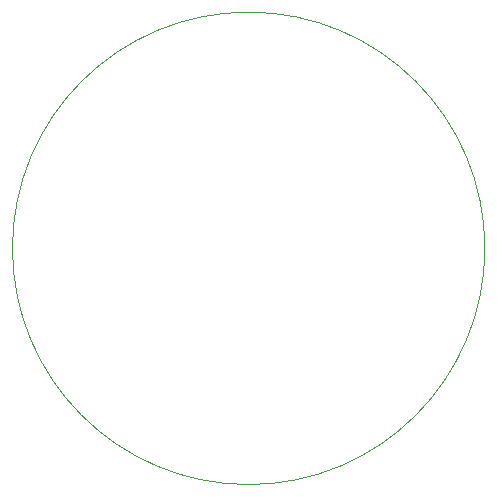
<source format=gko>
%FSLAX25Y25*%
%MOIN*%
G70*
G01*
G75*
G04 Layer_Color=16711935*
%ADD10C,0.01000*%
%ADD11C,0.00512*%
%ADD12C,0.02000*%
%ADD13R,0.00787X0.04488*%
%ADD14R,0.01969X0.01969*%
%ADD15R,0.03000X0.03000*%
%ADD16R,0.01969X0.01969*%
%ADD17R,0.03000X0.03000*%
G04:AMPARAMS|DCode=18|XSize=33.47mil|YSize=11.02mil|CornerRadius=2.76mil|HoleSize=0mil|Usage=FLASHONLY|Rotation=0.000|XOffset=0mil|YOffset=0mil|HoleType=Round|Shape=RoundedRectangle|*
%AMROUNDEDRECTD18*
21,1,0.03347,0.00551,0,0,0.0*
21,1,0.02795,0.01102,0,0,0.0*
1,1,0.00551,0.01398,-0.00276*
1,1,0.00551,-0.01398,-0.00276*
1,1,0.00551,-0.01398,0.00276*
1,1,0.00551,0.01398,0.00276*
%
%ADD18ROUNDEDRECTD18*%
G04:AMPARAMS|DCode=19|XSize=33.47mil|YSize=11.02mil|CornerRadius=2.76mil|HoleSize=0mil|Usage=FLASHONLY|Rotation=90.000|XOffset=0mil|YOffset=0mil|HoleType=Round|Shape=RoundedRectangle|*
%AMROUNDEDRECTD19*
21,1,0.03347,0.00551,0,0,90.0*
21,1,0.02795,0.01102,0,0,90.0*
1,1,0.00551,0.00276,0.01398*
1,1,0.00551,0.00276,-0.01398*
1,1,0.00551,-0.00276,-0.01398*
1,1,0.00551,-0.00276,0.01398*
%
%ADD19ROUNDEDRECTD19*%
%ADD20R,0.03150X0.03150*%
%ADD21R,0.02165X0.01260*%
%ADD22R,0.01260X0.02165*%
%ADD23R,0.11417X0.11417*%
G04:AMPARAMS|DCode=24|XSize=19.69mil|YSize=10.63mil|CornerRadius=0mil|HoleSize=0mil|Usage=FLASHONLY|Rotation=326.000|XOffset=0mil|YOffset=0mil|HoleType=Round|Shape=Rectangle|*
%AMROTATEDRECTD24*
4,1,4,-0.01113,0.00110,-0.00519,0.00991,0.01113,-0.00110,0.00519,-0.00991,-0.01113,0.00110,0.0*
%
%ADD24ROTATEDRECTD24*%

G04:AMPARAMS|DCode=25|XSize=21.65mil|YSize=10.63mil|CornerRadius=0mil|HoleSize=0mil|Usage=FLASHONLY|Rotation=326.000|XOffset=0mil|YOffset=0mil|HoleType=Round|Shape=Rectangle|*
%AMROTATEDRECTD25*
4,1,4,-0.01195,0.00165,-0.00600,0.01046,0.01195,-0.00165,0.00600,-0.01046,-0.01195,0.00165,0.0*
%
%ADD25ROTATEDRECTD25*%

%ADD26P,0.08574X4X281.0*%
G04:AMPARAMS|DCode=27|XSize=19.69mil|YSize=10.63mil|CornerRadius=0mil|HoleSize=0mil|Usage=FLASHONLY|Rotation=56.000|XOffset=0mil|YOffset=0mil|HoleType=Round|Shape=Rectangle|*
%AMROTATEDRECTD27*
4,1,4,-0.00110,-0.01113,-0.00991,-0.00519,0.00110,0.01113,0.00991,0.00519,-0.00110,-0.01113,0.0*
%
%ADD27ROTATEDRECTD27*%

G04:AMPARAMS|DCode=28|XSize=21.65mil|YSize=10.63mil|CornerRadius=0mil|HoleSize=0mil|Usage=FLASHONLY|Rotation=56.000|XOffset=0mil|YOffset=0mil|HoleType=Round|Shape=Rectangle|*
%AMROTATEDRECTD28*
4,1,4,-0.00165,-0.01195,-0.01046,-0.00600,0.00165,0.01195,0.01046,0.00600,-0.00165,-0.01195,0.0*
%
%ADD28ROTATEDRECTD28*%

%ADD29R,0.03543X0.03740*%
%ADD30C,0.01969*%
%ADD31C,0.06811*%
%ADD32R,0.04449X0.05787*%
%ADD33R,0.05079X0.10709*%
%ADD34R,0.06693X0.04331*%
%ADD35R,0.01969X0.02362*%
%ADD36R,0.04331X0.05512*%
%ADD37R,0.04331X0.06693*%
%ADD38R,0.02362X0.00984*%
%ADD39R,0.10236X0.11811*%
%ADD40C,0.02362*%
%ADD41R,0.00984X0.02362*%
%ADD42R,0.12205X0.12205*%
%ADD43R,0.01181X0.01929*%
%ADD44R,0.01181X0.02047*%
%ADD45C,0.01500*%
%ADD46C,0.03000*%
%ADD47C,0.00600*%
%ADD48C,0.05512*%
%ADD49C,0.05000*%
%ADD50C,0.01063*%
%ADD51R,0.05000X0.03000*%
%ADD52R,0.01969X0.01850*%
%ADD53R,0.01969X0.01457*%
%ADD54R,0.04882X0.05079*%
%ADD55C,0.00984*%
%ADD56R,0.04488X0.00787*%
%ADD57R,0.05906X0.02165*%
%ADD58C,0.00700*%
%ADD59C,0.00800*%
%ADD60C,0.01200*%
%ADD61C,0.00984*%
%ADD62C,0.00394*%
%ADD63C,0.00500*%
%ADD64C,0.00787*%
%ADD65R,0.00987X0.04688*%
%ADD66R,0.02169X0.02169*%
%ADD67R,0.03200X0.03200*%
%ADD68R,0.02169X0.02169*%
%ADD69R,0.03200X0.03200*%
G04:AMPARAMS|DCode=70|XSize=35.47mil|YSize=13.02mil|CornerRadius=3.76mil|HoleSize=0mil|Usage=FLASHONLY|Rotation=0.000|XOffset=0mil|YOffset=0mil|HoleType=Round|Shape=RoundedRectangle|*
%AMROUNDEDRECTD70*
21,1,0.03547,0.00551,0,0,0.0*
21,1,0.02795,0.01302,0,0,0.0*
1,1,0.00751,0.01398,-0.00276*
1,1,0.00751,-0.01398,-0.00276*
1,1,0.00751,-0.01398,0.00276*
1,1,0.00751,0.01398,0.00276*
%
%ADD70ROUNDEDRECTD70*%
G04:AMPARAMS|DCode=71|XSize=35.47mil|YSize=13.02mil|CornerRadius=3.76mil|HoleSize=0mil|Usage=FLASHONLY|Rotation=90.000|XOffset=0mil|YOffset=0mil|HoleType=Round|Shape=RoundedRectangle|*
%AMROUNDEDRECTD71*
21,1,0.03547,0.00551,0,0,90.0*
21,1,0.02795,0.01302,0,0,90.0*
1,1,0.00751,0.00276,0.01398*
1,1,0.00751,0.00276,-0.01398*
1,1,0.00751,-0.00276,-0.01398*
1,1,0.00751,-0.00276,0.01398*
%
%ADD71ROUNDEDRECTD71*%
%ADD72R,0.03350X0.03350*%
%ADD73R,0.02365X0.01460*%
%ADD74R,0.01460X0.02365*%
%ADD75R,0.11617X0.11617*%
G04:AMPARAMS|DCode=76|XSize=21.69mil|YSize=12.63mil|CornerRadius=0mil|HoleSize=0mil|Usage=FLASHONLY|Rotation=326.000|XOffset=0mil|YOffset=0mil|HoleType=Round|Shape=Rectangle|*
%AMROTATEDRECTD76*
4,1,4,-0.01252,0.00083,-0.00546,0.01130,0.01252,-0.00083,0.00546,-0.01130,-0.01252,0.00083,0.0*
%
%ADD76ROTATEDRECTD76*%

G04:AMPARAMS|DCode=77|XSize=23.65mil|YSize=12.63mil|CornerRadius=0mil|HoleSize=0mil|Usage=FLASHONLY|Rotation=326.000|XOffset=0mil|YOffset=0mil|HoleType=Round|Shape=Rectangle|*
%AMROTATEDRECTD77*
4,1,4,-0.01334,0.00138,-0.00627,0.01185,0.01334,-0.00138,0.00627,-0.01185,-0.01334,0.00138,0.0*
%
%ADD77ROTATEDRECTD77*%

%ADD78P,0.08857X4X281.0*%
G04:AMPARAMS|DCode=79|XSize=21.69mil|YSize=12.63mil|CornerRadius=0mil|HoleSize=0mil|Usage=FLASHONLY|Rotation=56.000|XOffset=0mil|YOffset=0mil|HoleType=Round|Shape=Rectangle|*
%AMROTATEDRECTD79*
4,1,4,-0.00083,-0.01252,-0.01130,-0.00546,0.00083,0.01252,0.01130,0.00546,-0.00083,-0.01252,0.0*
%
%ADD79ROTATEDRECTD79*%

G04:AMPARAMS|DCode=80|XSize=23.65mil|YSize=12.63mil|CornerRadius=0mil|HoleSize=0mil|Usage=FLASHONLY|Rotation=56.000|XOffset=0mil|YOffset=0mil|HoleType=Round|Shape=Rectangle|*
%AMROTATEDRECTD80*
4,1,4,-0.00138,-0.01334,-0.01185,-0.00627,0.00138,0.01334,0.01185,0.00627,-0.00138,-0.01334,0.0*
%
%ADD80ROTATEDRECTD80*%

%ADD81R,0.03743X0.03940*%
%ADD82C,0.02169*%
%ADD83C,0.07011*%
%ADD84R,0.04649X0.05987*%
%ADD85R,0.05279X0.10909*%
%ADD86R,0.06893X0.04531*%
%ADD87R,0.02169X0.02562*%
%ADD88R,0.04531X0.05712*%
%ADD89R,0.04531X0.06893*%
%ADD90R,0.02562X0.01184*%
%ADD91R,0.10436X0.12011*%
%ADD92C,0.02562*%
%ADD93R,0.12405X0.12405*%
%ADD94R,0.01575X0.02323*%
%ADD95R,0.01575X0.02441*%
%ADD96C,0.05712*%
%ADD97C,0.05200*%
%ADD98R,0.01181X0.04882*%
%ADD99R,0.05200X0.03200*%
%ADD100R,0.02169X0.02050*%
%ADD101R,0.02169X0.01657*%
%ADD102R,0.05082X0.05279*%
%ADD103C,0.01184*%
%ADD104R,0.04882X0.01181*%
%ADD105R,0.06106X0.02365*%
%ADD106C,0.00020*%
D62*
X78740Y0D02*
G03*
X78740Y0I-78740J0D01*
G01*
M02*

</source>
